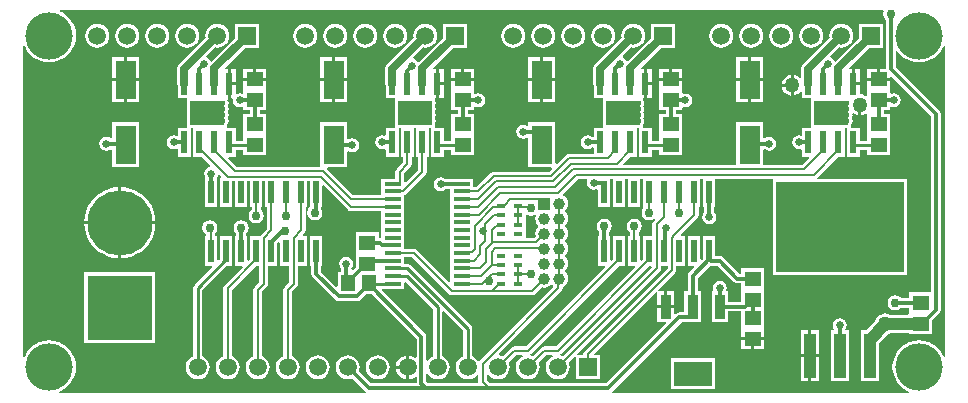
<source format=gtl>
G04*
G04 #@! TF.GenerationSoftware,Altium Limited,Altium Designer,20.1.12 (249)*
G04*
G04 Layer_Physical_Order=1*
G04 Layer_Color=255*
%FSLAX24Y24*%
%MOIN*%
G70*
G04*
G04 #@! TF.SameCoordinates,7611F4AC-675D-4E0A-8C32-16A27ADB78BB*
G04*
G04*
G04 #@! TF.FilePolarity,Positive*
G04*
G01*
G75*
%ADD24R,0.0710X0.1300*%
%ADD34R,0.4268X0.3000*%
%ADD35R,0.0390X0.1492*%
%ADD36R,0.0580X0.0140*%
%ADD37R,0.0354X0.0827*%
%ADD38R,0.1260X0.0827*%
%ADD39R,0.0551X0.0472*%
%ADD40R,0.0472X0.0551*%
%ADD41R,0.0295X0.0177*%
%ADD42R,0.0236X0.0776*%
%ADD43R,0.1130X0.0795*%
%ADD44R,0.0210X0.0770*%
%ADD45C,0.0120*%
%ADD46C,0.0080*%
%ADD47C,0.0400*%
%ADD48C,0.0100*%
%ADD49C,0.0250*%
%ADD50C,0.2172*%
%ADD51R,0.2172X0.2172*%
%ADD52R,0.0591X0.0591*%
%ADD53C,0.0591*%
%ADD54R,0.0394X0.0394*%
%ADD55C,0.0394*%
%ADD56C,0.0300*%
%ADD57C,0.0500*%
%ADD58C,0.0250*%
%ADD59C,0.0150*%
%ADD60C,0.1575*%
G36*
X55368Y39428D02*
X55364Y39423D01*
X55345Y39325D01*
X55364Y39227D01*
X55420Y39145D01*
X55437Y39133D01*
Y37492D01*
X55435Y37491D01*
X55250D01*
Y37204D01*
X55576D01*
Y37221D01*
X55622Y37240D01*
X56937Y35925D01*
Y30041D01*
X56224D01*
Y29863D01*
X55942D01*
X55930Y29880D01*
X55848Y29936D01*
X55750Y29955D01*
X55652Y29936D01*
X55570Y29880D01*
X55514Y29798D01*
X55495Y29700D01*
X55514Y29602D01*
X55570Y29520D01*
X55652Y29464D01*
X55750Y29445D01*
X55848Y29464D01*
X55930Y29520D01*
X55942Y29537D01*
X56224D01*
Y29368D01*
X56224D01*
Y29348D01*
X56188Y29298D01*
X55605D01*
X55601Y29301D01*
X55516Y29337D01*
X55424Y29349D01*
X55333Y29337D01*
X55248Y29301D01*
X55175Y29245D01*
X55119Y29172D01*
X55083Y29087D01*
X55083Y29082D01*
X54777Y28776D01*
X54605D01*
Y28530D01*
X54597Y28471D01*
Y27930D01*
X54605Y27872D01*
Y27084D01*
X55195D01*
Y27872D01*
X55203Y27930D01*
Y28346D01*
X55511Y28654D01*
X55516Y28655D01*
X55601Y28690D01*
X55605Y28693D01*
X56224D01*
Y28659D01*
X56976D01*
Y29101D01*
X57215Y29341D01*
X57251Y29394D01*
X57263Y29456D01*
Y35992D01*
X57251Y36055D01*
X57215Y36108D01*
X55763Y37560D01*
Y38093D01*
X55775Y38096D01*
X55813Y38099D01*
X55919Y37969D01*
X56055Y37859D01*
X56209Y37776D01*
X56376Y37725D01*
X56550Y37708D01*
X56724Y37725D01*
X56891Y37776D01*
X57045Y37859D01*
X57181Y37969D01*
X57291Y38105D01*
X57374Y38259D01*
X57423Y38252D01*
X57423Y27898D01*
X57374Y27891D01*
X57291Y28045D01*
X57181Y28181D01*
X57045Y28291D01*
X56891Y28374D01*
X56724Y28425D01*
X56550Y28442D01*
X56376Y28425D01*
X56209Y28374D01*
X56055Y28291D01*
X55919Y28181D01*
X55809Y28045D01*
X55726Y27891D01*
X55675Y27724D01*
X55658Y27550D01*
X55675Y27376D01*
X55726Y27209D01*
X55809Y27055D01*
X55919Y26919D01*
X56055Y26809D01*
X56209Y26726D01*
X56202Y26677D01*
X46309D01*
X46294Y26727D01*
X46305Y26735D01*
X48625Y29056D01*
X48883D01*
X48899Y29059D01*
X49277D01*
Y30085D01*
X49163D01*
Y30527D01*
X49576Y30940D01*
X49579D01*
X49595Y30937D01*
X49824D01*
X50372Y30389D01*
X50425Y30354D01*
X50488Y30341D01*
X50624D01*
Y30182D01*
X50624Y30168D01*
Y30132D01*
X50624Y30118D01*
Y29735D01*
X50183D01*
Y30085D01*
X50150D01*
X50117Y30135D01*
X50129Y30200D01*
X50112Y30288D01*
X50062Y30362D01*
X49988Y30412D01*
X49900Y30429D01*
X49812Y30412D01*
X49738Y30362D01*
X49688Y30288D01*
X49671Y30200D01*
X49683Y30135D01*
X49650Y30085D01*
X49628D01*
Y29059D01*
X50183D01*
Y29409D01*
X50624D01*
Y28882D01*
X50624Y28868D01*
Y28832D01*
X50624Y28818D01*
Y28546D01*
X51376D01*
Y28818D01*
X51376Y28832D01*
Y28868D01*
X51376Y28882D01*
Y29541D01*
X51376D01*
Y30118D01*
X51376Y30132D01*
Y30168D01*
X51376Y30182D01*
Y30841D01*
X50624D01*
Y30667D01*
X50555D01*
X50007Y31215D01*
X49954Y31251D01*
X49892Y31263D01*
X49755D01*
Y31910D01*
X49345D01*
Y31171D01*
X49301Y31127D01*
X49255Y31146D01*
Y31910D01*
X48845D01*
Y30940D01*
X49049D01*
X49068Y30894D01*
X48885Y30710D01*
X48849Y30657D01*
X48837Y30595D01*
Y30085D01*
X48723D01*
Y29382D01*
X48558D01*
X48558Y29382D01*
X48495Y29369D01*
X48443Y29334D01*
X48418Y29309D01*
X48372Y29328D01*
Y29522D01*
X47817D01*
Y29059D01*
X48102D01*
X48121Y29012D01*
X46122Y27013D01*
X42239D01*
X42143Y27109D01*
Y27284D01*
X42193Y27301D01*
X42218Y27268D01*
X42301Y27205D01*
X42397Y27165D01*
X42500Y27151D01*
X42603Y27165D01*
X42699Y27205D01*
X42782Y27268D01*
X42845Y27351D01*
X42885Y27447D01*
X42899Y27550D01*
X42885Y27653D01*
X42862Y27710D01*
X43109Y27957D01*
X43320D01*
X43330Y27907D01*
X43301Y27895D01*
X43218Y27832D01*
X43155Y27749D01*
X43115Y27653D01*
X43101Y27550D01*
X43115Y27447D01*
X43155Y27351D01*
X43218Y27268D01*
X43301Y27205D01*
X43397Y27165D01*
X43500Y27151D01*
X43603Y27165D01*
X43699Y27205D01*
X43782Y27268D01*
X43845Y27351D01*
X43885Y27447D01*
X43899Y27550D01*
X43885Y27653D01*
X43862Y27710D01*
X44109Y27957D01*
X44320D01*
X44330Y27907D01*
X44301Y27895D01*
X44218Y27832D01*
X44155Y27749D01*
X44115Y27653D01*
X44101Y27550D01*
X44115Y27447D01*
X44155Y27351D01*
X44218Y27268D01*
X44301Y27205D01*
X44397Y27165D01*
X44500Y27151D01*
X44603Y27165D01*
X44699Y27205D01*
X44782Y27268D01*
X44845Y27351D01*
X44885Y27447D01*
X44899Y27550D01*
X44885Y27653D01*
X44862Y27710D01*
X45055Y27903D01*
X45105Y27882D01*
Y27155D01*
X45895D01*
Y27945D01*
X45712D01*
X45693Y27991D01*
X47767Y30065D01*
X47817Y30045D01*
Y29622D01*
X48044D01*
Y30085D01*
X47858D01*
X47837Y30135D01*
X48406Y30704D01*
X48437Y30750D01*
X48448Y30805D01*
X48448Y30805D01*
Y30940D01*
X48755D01*
Y31910D01*
X48614D01*
X48595Y31956D01*
X49151Y32512D01*
X49151Y32512D01*
X49182Y32558D01*
X49193Y32613D01*
X49193Y32613D01*
Y32890D01*
X49255D01*
Y33827D01*
X49345D01*
Y32890D01*
X49387D01*
Y32711D01*
X49338Y32638D01*
X49321Y32550D01*
X49338Y32462D01*
X49388Y32388D01*
X49462Y32338D01*
X49550Y32321D01*
X49638Y32338D01*
X49712Y32388D01*
X49762Y32462D01*
X49779Y32550D01*
X49762Y32638D01*
X49713Y32711D01*
Y32890D01*
X49755D01*
Y33827D01*
X51622D01*
X51666Y33814D01*
X51666Y33777D01*
Y30614D01*
X56134D01*
Y33814D01*
X53147D01*
X53132Y33864D01*
X53139Y33869D01*
X53834Y34563D01*
X54068D01*
Y35528D01*
X54132D01*
Y34563D01*
X54568D01*
Y34793D01*
X54824D01*
Y34609D01*
X55576D01*
Y35282D01*
X55576D01*
Y35318D01*
X55576D01*
Y35991D01*
X55363D01*
Y36109D01*
X55576D01*
Y36207D01*
X55626Y36235D01*
X55700Y36221D01*
X55788Y36238D01*
X55862Y36288D01*
X55912Y36362D01*
X55929Y36450D01*
X55912Y36538D01*
X55862Y36612D01*
X55788Y36662D01*
X55700Y36679D01*
X55626Y36665D01*
X55576Y36693D01*
Y36768D01*
X55576Y36782D01*
Y36818D01*
X55576Y36832D01*
Y37104D01*
X55200D01*
X54824D01*
Y36832D01*
X54824Y36818D01*
Y36782D01*
X54824Y36768D01*
Y36612D01*
X54774Y36588D01*
X54751Y36606D01*
X54666Y36641D01*
X54574Y36653D01*
X54568Y36659D01*
Y36950D01*
X54350D01*
Y37000D01*
X54300D01*
Y37488D01*
X54228D01*
X54208Y37534D01*
X54879Y38205D01*
X55345D01*
Y38995D01*
X54555D01*
Y38529D01*
X53760Y37734D01*
X53704Y37749D01*
X53662Y37812D01*
X53599Y37854D01*
X53584Y37910D01*
X53884Y38210D01*
X53950Y38201D01*
X54053Y38215D01*
X54149Y38255D01*
X54232Y38318D01*
X54295Y38401D01*
X54335Y38497D01*
X54349Y38600D01*
X54335Y38703D01*
X54295Y38799D01*
X54232Y38882D01*
X54149Y38945D01*
X54053Y38985D01*
X53950Y38999D01*
X53847Y38985D01*
X53751Y38945D01*
X53668Y38882D01*
X53605Y38799D01*
X53565Y38703D01*
X53551Y38600D01*
X53560Y38534D01*
X52688Y37662D01*
X52638Y37588D01*
X52621Y37500D01*
Y37202D01*
X52571Y37185D01*
X52560Y37200D01*
X52487Y37256D01*
X52401Y37291D01*
X52360Y37296D01*
Y36950D01*
Y36604D01*
X52401Y36609D01*
X52487Y36644D01*
X52560Y36700D01*
X52582Y36729D01*
X52632Y36712D01*
Y36512D01*
X52935D01*
Y35539D01*
X52632D01*
Y35303D01*
X52593Y35271D01*
X52550Y35279D01*
X52462Y35262D01*
X52388Y35212D01*
X52338Y35138D01*
X52321Y35050D01*
X52338Y34962D01*
X52388Y34888D01*
X52462Y34838D01*
X52550Y34821D01*
X52593Y34829D01*
X52632Y34797D01*
Y34563D01*
X52865D01*
X52884Y34517D01*
X52659Y34293D01*
X51355D01*
Y34805D01*
X51405Y34826D01*
X51462Y34788D01*
X51550Y34771D01*
X51638Y34788D01*
X51712Y34838D01*
X51762Y34912D01*
X51779Y35000D01*
X51762Y35088D01*
X51712Y35162D01*
X51638Y35212D01*
X51550Y35229D01*
X51462Y35212D01*
X51405Y35174D01*
X51355Y35195D01*
Y35715D01*
X50445D01*
Y34293D01*
X46695D01*
X46676Y34339D01*
X46900Y34563D01*
X47135D01*
Y35528D01*
X47199D01*
Y34563D01*
X47635D01*
Y34793D01*
X47891D01*
Y34609D01*
X48642D01*
Y35268D01*
X48642Y35282D01*
Y35318D01*
X48642Y35332D01*
Y35991D01*
X48430D01*
Y36109D01*
X48642D01*
Y36196D01*
X48692Y36232D01*
X48750Y36221D01*
X48838Y36238D01*
X48912Y36288D01*
X48962Y36362D01*
X48979Y36450D01*
X48962Y36538D01*
X48912Y36612D01*
X48838Y36662D01*
X48750Y36679D01*
X48692Y36668D01*
X48642Y36704D01*
Y36768D01*
X48642Y36782D01*
Y36818D01*
X48642Y36832D01*
Y37104D01*
X48267D01*
X47891D01*
Y36832D01*
X47891Y36818D01*
Y36782D01*
X47891Y36768D01*
Y36109D01*
X48104D01*
Y35991D01*
X47891D01*
Y35332D01*
X47891Y35318D01*
Y35282D01*
X47891Y35268D01*
Y35099D01*
X47635D01*
Y35539D01*
X47332D01*
Y35632D01*
X47365Y35682D01*
X47378Y35750D01*
X47365Y35818D01*
X47344Y35850D01*
X47365Y35882D01*
X47378Y35950D01*
X47365Y36018D01*
X47344Y36050D01*
X47365Y36082D01*
X47378Y36150D01*
X47365Y36218D01*
X47344Y36250D01*
X47365Y36282D01*
X47378Y36350D01*
X47365Y36418D01*
X47336Y36462D01*
X47349Y36512D01*
X47367D01*
Y37000D01*
Y37488D01*
X47294D01*
X47275Y37534D01*
X47946Y38205D01*
X48412D01*
Y38995D01*
X47621D01*
Y38529D01*
X46839Y37747D01*
X46785Y37763D01*
X46741Y37829D01*
X46681Y37869D01*
X46667Y37926D01*
X46951Y38210D01*
X47017Y38201D01*
X47120Y38215D01*
X47216Y38255D01*
X47299Y38318D01*
X47362Y38401D01*
X47402Y38497D01*
X47415Y38600D01*
X47402Y38703D01*
X47362Y38799D01*
X47299Y38882D01*
X47216Y38945D01*
X47120Y38985D01*
X47017Y38999D01*
X46913Y38985D01*
X46817Y38945D01*
X46735Y38882D01*
X46671Y38799D01*
X46632Y38703D01*
X46618Y38600D01*
X46627Y38534D01*
X45754Y37662D01*
X45705Y37588D01*
X45687Y37500D01*
Y37000D01*
X45699Y36943D01*
Y36512D01*
X46002D01*
Y35539D01*
X45699D01*
Y35240D01*
X45649Y35221D01*
X45588Y35262D01*
X45500Y35279D01*
X45412Y35262D01*
X45338Y35212D01*
X45288Y35138D01*
X45271Y35050D01*
X45288Y34962D01*
X45338Y34888D01*
X45412Y34838D01*
X45500Y34821D01*
X45588Y34838D01*
X45649Y34879D01*
X45699Y34860D01*
Y34666D01*
X44864D01*
X44864Y34666D01*
X44810Y34655D01*
X44763Y34624D01*
X44763Y34624D01*
X44468Y34329D01*
X44422Y34348D01*
Y35715D01*
X43512D01*
Y35623D01*
X43462Y35596D01*
X43438Y35612D01*
X43350Y35629D01*
X43262Y35612D01*
X43188Y35562D01*
X43138Y35488D01*
X43121Y35400D01*
X43138Y35312D01*
X43188Y35238D01*
X43262Y35188D01*
X43350Y35171D01*
X43438Y35188D01*
X43462Y35204D01*
X43512Y35177D01*
Y34215D01*
X44289D01*
X44308Y34169D01*
X44212Y34073D01*
X42363D01*
X42363Y34073D01*
X42308Y34062D01*
X42262Y34031D01*
X41784Y33553D01*
X41690D01*
Y33830D01*
X40910D01*
Y33823D01*
X40746D01*
X40688Y33862D01*
X40600Y33879D01*
X40512Y33862D01*
X40438Y33812D01*
X40388Y33738D01*
X40371Y33650D01*
X40388Y33562D01*
X40438Y33488D01*
X40512Y33438D01*
X40600Y33421D01*
X40688Y33438D01*
X40762Y33488D01*
X40768Y33497D01*
X40910D01*
Y33240D01*
Y32980D01*
Y32730D01*
Y32470D01*
Y32210D01*
Y31960D01*
Y31700D01*
Y31450D01*
Y31190D01*
Y30930D01*
Y30430D01*
X40867Y30402D01*
X39809Y31461D01*
X39762Y31492D01*
X39708Y31503D01*
X39708Y31503D01*
X39390D01*
Y31960D01*
Y32210D01*
Y32470D01*
Y32730D01*
Y32980D01*
Y33286D01*
X39401Y33288D01*
X39447Y33319D01*
X40084Y33956D01*
X40084Y33956D01*
X40115Y34002D01*
X40126Y34057D01*
Y34563D01*
X40201D01*
Y35528D01*
X40265D01*
Y34563D01*
X40701D01*
Y34793D01*
X40958D01*
Y34609D01*
X41709D01*
Y35268D01*
X41709Y35282D01*
Y35318D01*
X41709Y35332D01*
Y35991D01*
X41496D01*
Y36109D01*
X41709D01*
Y36221D01*
X41753Y36244D01*
X41762Y36238D01*
X41850Y36221D01*
X41938Y36238D01*
X42012Y36288D01*
X42062Y36362D01*
X42079Y36450D01*
X42062Y36538D01*
X42012Y36612D01*
X41938Y36662D01*
X41850Y36679D01*
X41762Y36662D01*
X41753Y36656D01*
X41709Y36679D01*
Y36768D01*
X41709Y36782D01*
Y36818D01*
X41709Y36832D01*
Y37104D01*
X41333D01*
X40958D01*
Y36832D01*
X40958Y36818D01*
Y36782D01*
X40958Y36768D01*
Y36109D01*
X41170D01*
Y35991D01*
X40958D01*
Y35332D01*
X40958Y35318D01*
Y35282D01*
X40958Y35268D01*
Y35099D01*
X40701D01*
Y35539D01*
X40398D01*
Y35657D01*
X40415Y35682D01*
X40428Y35750D01*
X40415Y35818D01*
X40398Y35843D01*
Y35857D01*
X40415Y35882D01*
X40428Y35950D01*
X40415Y36018D01*
X40398Y36043D01*
Y36057D01*
X40415Y36082D01*
X40428Y36150D01*
X40415Y36218D01*
X40398Y36243D01*
Y36257D01*
X40415Y36282D01*
X40428Y36350D01*
X40415Y36418D01*
X40398Y36443D01*
Y36512D01*
X40433D01*
Y37000D01*
Y37488D01*
X40361D01*
X40342Y37534D01*
X41012Y38205D01*
X41479D01*
Y38995D01*
X40688D01*
Y38529D01*
X39884Y37725D01*
X39834Y37730D01*
X39812Y37762D01*
X39738Y37812D01*
X39698Y37820D01*
X39682Y37874D01*
X40018Y38210D01*
X40083Y38201D01*
X40187Y38215D01*
X40283Y38255D01*
X40365Y38318D01*
X40429Y38401D01*
X40468Y38497D01*
X40482Y38600D01*
X40468Y38703D01*
X40429Y38799D01*
X40365Y38882D01*
X40283Y38945D01*
X40187Y38985D01*
X40083Y38999D01*
X39980Y38985D01*
X39884Y38945D01*
X39801Y38882D01*
X39738Y38799D01*
X39698Y38703D01*
X39685Y38600D01*
X39693Y38534D01*
X38821Y37662D01*
X38771Y37588D01*
X38754Y37500D01*
Y37000D01*
X38765Y36943D01*
Y36512D01*
X39068D01*
Y35539D01*
X38765D01*
Y35299D01*
X38715Y35266D01*
X38650Y35279D01*
X38562Y35262D01*
X38488Y35212D01*
X38438Y35138D01*
X38421Y35050D01*
X38438Y34962D01*
X38488Y34888D01*
X38562Y34838D01*
X38650Y34821D01*
X38715Y34834D01*
X38765Y34801D01*
Y34563D01*
X39201D01*
Y35528D01*
X39265D01*
Y34563D01*
X39341D01*
Y34382D01*
X39129Y34171D01*
X39098Y34125D01*
X39087Y34070D01*
X39087Y34070D01*
Y33830D01*
X38610D01*
Y33490D01*
Y33293D01*
X37677D01*
X36804Y34165D01*
X36825Y34215D01*
X37488D01*
Y34727D01*
X37538Y34754D01*
X37562Y34738D01*
X37650Y34721D01*
X37738Y34738D01*
X37812Y34788D01*
X37862Y34862D01*
X37879Y34950D01*
X37862Y35038D01*
X37812Y35112D01*
X37738Y35162D01*
X37650Y35179D01*
X37562Y35162D01*
X37538Y35146D01*
X37488Y35173D01*
Y35715D01*
X36578D01*
Y34223D01*
X33811D01*
X33516Y34517D01*
X33535Y34563D01*
X33768D01*
Y34793D01*
X34024D01*
Y34609D01*
X34776D01*
Y35282D01*
X34776D01*
Y35318D01*
X34776D01*
Y35991D01*
X34563D01*
Y36109D01*
X34776D01*
Y36768D01*
X34776Y36782D01*
Y36818D01*
X34776Y36832D01*
Y37104D01*
X34400D01*
X34024D01*
Y36832D01*
X34024Y36818D01*
Y36782D01*
X34024Y36768D01*
Y36693D01*
X33974Y36665D01*
X33900Y36679D01*
X33818Y36663D01*
X33801Y36668D01*
X33768Y36686D01*
Y36950D01*
X33600D01*
Y36512D01*
X33644D01*
X33675Y36474D01*
X33671Y36450D01*
X33688Y36362D01*
X33738Y36288D01*
X33812Y36238D01*
X33900Y36221D01*
X33974Y36235D01*
X34024Y36207D01*
Y36109D01*
X34237D01*
Y35991D01*
X34024D01*
Y35318D01*
X34024D01*
Y35282D01*
X34024D01*
Y35099D01*
X33768D01*
Y35539D01*
X33465D01*
Y35616D01*
X33476Y35624D01*
X33515Y35682D01*
X33528Y35750D01*
X33515Y35818D01*
X33494Y35850D01*
X33515Y35882D01*
X33528Y35950D01*
X33515Y36018D01*
X33494Y36050D01*
X33515Y36082D01*
X33528Y36150D01*
X33515Y36218D01*
X33494Y36250D01*
X33515Y36282D01*
X33528Y36350D01*
X33515Y36418D01*
X33486Y36462D01*
X33500Y36499D01*
Y37000D01*
Y37488D01*
X33428D01*
X33408Y37534D01*
X34079Y38205D01*
X34545D01*
Y38995D01*
X33755D01*
Y38529D01*
X32960Y37734D01*
X32904Y37749D01*
X32862Y37812D01*
X32799Y37854D01*
X32784Y37910D01*
X33084Y38210D01*
X33150Y38201D01*
X33253Y38215D01*
X33349Y38255D01*
X33432Y38318D01*
X33495Y38401D01*
X33535Y38497D01*
X33549Y38600D01*
X33535Y38703D01*
X33495Y38799D01*
X33432Y38882D01*
X33349Y38945D01*
X33253Y38985D01*
X33150Y38999D01*
X33047Y38985D01*
X32951Y38945D01*
X32868Y38882D01*
X32805Y38799D01*
X32765Y38703D01*
X32751Y38600D01*
X32760Y38534D01*
X31888Y37662D01*
X31838Y37588D01*
X31821Y37500D01*
Y37000D01*
X31832Y36943D01*
Y36512D01*
X32135D01*
Y35539D01*
X31832D01*
Y35286D01*
X31799Y35268D01*
X31782Y35263D01*
X31700Y35279D01*
X31612Y35262D01*
X31538Y35212D01*
X31488Y35138D01*
X31471Y35050D01*
X31488Y34962D01*
X31538Y34888D01*
X31612Y34838D01*
X31700Y34821D01*
X31782Y34837D01*
X31799Y34832D01*
X31832Y34814D01*
Y34563D01*
X32268D01*
Y35528D01*
X32332D01*
Y34563D01*
X32632D01*
X32921Y34275D01*
X32904Y34220D01*
X32862Y34212D01*
X32788Y34162D01*
X32738Y34088D01*
X32721Y34000D01*
X32738Y33912D01*
X32757Y33883D01*
X32745Y33860D01*
X32745D01*
Y32890D01*
X33155D01*
Y33860D01*
X33155D01*
X33143Y33883D01*
X33162Y33912D01*
X33170Y33954D01*
X33225Y33971D01*
X33289Y33906D01*
X33270Y33860D01*
X33245D01*
Y32890D01*
X33655D01*
Y33757D01*
X33745D01*
Y32890D01*
X34155D01*
Y33757D01*
X34245D01*
Y32890D01*
X34307D01*
Y32805D01*
X34270Y32780D01*
X34214Y32698D01*
X34195Y32600D01*
X34214Y32502D01*
X34270Y32420D01*
X34352Y32364D01*
X34450Y32345D01*
X34548Y32364D01*
X34630Y32420D01*
X34685Y32502D01*
X34705Y32600D01*
X34685Y32698D01*
X34630Y32780D01*
X34593Y32805D01*
Y32890D01*
X34655D01*
Y33757D01*
X34745D01*
Y32890D01*
X34807D01*
Y32172D01*
X34594Y31959D01*
X34563Y31913D01*
X34563Y31910D01*
X34245D01*
Y31142D01*
X34201Y31098D01*
X34155Y31117D01*
Y31910D01*
X34113D01*
Y32008D01*
X34130Y32020D01*
X34186Y32102D01*
X34205Y32200D01*
X34186Y32298D01*
X34130Y32380D01*
X34048Y32436D01*
X33950Y32455D01*
X33852Y32436D01*
X33770Y32380D01*
X33714Y32298D01*
X33695Y32200D01*
X33714Y32102D01*
X33770Y32020D01*
X33787Y32008D01*
Y31910D01*
X33745D01*
Y30940D01*
X33978D01*
X33997Y30894D01*
X33399Y30296D01*
X33368Y30250D01*
X33357Y30195D01*
X33357Y30195D01*
Y27919D01*
X33301Y27895D01*
X33218Y27832D01*
X33155Y27749D01*
X33115Y27653D01*
X33101Y27550D01*
X33115Y27447D01*
X33155Y27351D01*
X33218Y27268D01*
X33301Y27205D01*
X33397Y27165D01*
X33500Y27151D01*
X33603Y27165D01*
X33699Y27205D01*
X33782Y27268D01*
X33845Y27351D01*
X33885Y27447D01*
X33899Y27550D01*
X33885Y27653D01*
X33845Y27749D01*
X33782Y27832D01*
X33699Y27895D01*
X33643Y27919D01*
Y30136D01*
X34447Y30940D01*
X34552D01*
Y30388D01*
X34399Y30235D01*
X34368Y30189D01*
X34357Y30134D01*
X34357Y30134D01*
Y27919D01*
X34301Y27895D01*
X34218Y27832D01*
X34155Y27749D01*
X34115Y27653D01*
X34101Y27550D01*
X34115Y27447D01*
X34155Y27351D01*
X34218Y27268D01*
X34301Y27205D01*
X34397Y27165D01*
X34500Y27151D01*
X34603Y27165D01*
X34699Y27205D01*
X34782Y27268D01*
X34845Y27351D01*
X34885Y27447D01*
X34899Y27550D01*
X34885Y27653D01*
X34845Y27749D01*
X34782Y27832D01*
X34699Y27895D01*
X34643Y27919D01*
Y30075D01*
X34796Y30228D01*
X34796Y30228D01*
X34827Y30274D01*
X34838Y30329D01*
X34838Y30329D01*
Y30940D01*
X35155D01*
Y31679D01*
X35199Y31723D01*
X35245Y31704D01*
Y30940D01*
X35552D01*
Y30388D01*
X35399Y30235D01*
X35368Y30189D01*
X35357Y30134D01*
X35357Y30134D01*
Y27919D01*
X35301Y27895D01*
X35218Y27832D01*
X35155Y27749D01*
X35115Y27653D01*
X35101Y27550D01*
X35115Y27447D01*
X35155Y27351D01*
X35218Y27268D01*
X35301Y27205D01*
X35397Y27165D01*
X35500Y27151D01*
X35603Y27165D01*
X35699Y27205D01*
X35782Y27268D01*
X35845Y27351D01*
X35885Y27447D01*
X35899Y27550D01*
X35885Y27653D01*
X35845Y27749D01*
X35782Y27832D01*
X35699Y27895D01*
X35643Y27919D01*
Y30075D01*
X35796Y30228D01*
X35796Y30228D01*
X35827Y30274D01*
X35838Y30329D01*
X35838Y30329D01*
Y30940D01*
X36155D01*
Y31910D01*
X36014D01*
X35995Y31956D01*
X36051Y32012D01*
X36051Y32012D01*
X36082Y32058D01*
X36093Y32113D01*
Y32890D01*
X36155D01*
Y33757D01*
X36245D01*
Y32897D01*
X36220Y32880D01*
X36165Y32798D01*
X36145Y32700D01*
X36165Y32602D01*
X36220Y32520D01*
X36302Y32464D01*
X36400Y32445D01*
X36498Y32464D01*
X36580Y32520D01*
X36635Y32602D01*
X36655Y32700D01*
X36635Y32798D01*
X36613Y32831D01*
Y32890D01*
X36655D01*
Y33591D01*
X36701Y33610D01*
X37512Y32799D01*
X37512Y32799D01*
X37558Y32768D01*
X37613Y32757D01*
X37613Y32757D01*
X38610D01*
Y32470D01*
Y32210D01*
Y31893D01*
X38579Y31867D01*
X38526D01*
Y32041D01*
X37774D01*
Y31368D01*
X37774D01*
Y31332D01*
X37774D01*
Y30899D01*
X37680Y30804D01*
X37626Y30821D01*
X37620Y30849D01*
X37662Y30912D01*
X37679Y31000D01*
X37662Y31088D01*
X37612Y31162D01*
X37538Y31212D01*
X37450Y31229D01*
X37362Y31212D01*
X37288Y31162D01*
X37238Y31088D01*
X37221Y31000D01*
X37238Y30912D01*
X37287Y30839D01*
Y30726D01*
X37159D01*
Y30244D01*
X37113Y30225D01*
X36613Y30725D01*
Y30940D01*
X36655D01*
Y31910D01*
X36245D01*
Y30940D01*
X36287D01*
Y30658D01*
X36299Y30595D01*
X36335Y30542D01*
X37078Y29799D01*
X37131Y29764D01*
X37193Y29751D01*
X37808D01*
X37871Y29764D01*
X37923Y29799D01*
X38099Y29974D01*
X38310D01*
X39792Y28492D01*
Y27887D01*
X39742Y27862D01*
X39699Y27895D01*
X39603Y27935D01*
X39550Y27942D01*
Y27550D01*
Y27158D01*
X39603Y27165D01*
X39699Y27205D01*
X39742Y27238D01*
X39792Y27213D01*
Y27013D01*
X38268D01*
X37870Y27411D01*
X37885Y27447D01*
X37899Y27550D01*
X37885Y27653D01*
X37845Y27749D01*
X37782Y27832D01*
X37699Y27895D01*
X37603Y27935D01*
X37500Y27949D01*
X37397Y27935D01*
X37301Y27895D01*
X37218Y27832D01*
X37155Y27749D01*
X37115Y27653D01*
X37101Y27550D01*
X37115Y27447D01*
X37155Y27351D01*
X37218Y27268D01*
X37301Y27205D01*
X37397Y27165D01*
X37500Y27151D01*
X37603Y27165D01*
X37639Y27180D01*
X38085Y26735D01*
X38095Y26727D01*
X38080Y26677D01*
X27898D01*
X27891Y26726D01*
X28045Y26809D01*
X28181Y26919D01*
X28291Y27055D01*
X28374Y27209D01*
X28425Y27376D01*
X28442Y27550D01*
X28425Y27724D01*
X28374Y27891D01*
X28291Y28045D01*
X28181Y28181D01*
X28045Y28291D01*
X27891Y28374D01*
X27724Y28425D01*
X27550Y28442D01*
X27376Y28425D01*
X27209Y28374D01*
X27055Y28291D01*
X26919Y28181D01*
X26809Y28045D01*
X26726Y27891D01*
X26677Y27898D01*
X26677Y38252D01*
X26726Y38259D01*
X26809Y38105D01*
X26919Y37969D01*
X27055Y37859D01*
X27209Y37776D01*
X27376Y37725D01*
X27550Y37708D01*
X27724Y37725D01*
X27891Y37776D01*
X28045Y37859D01*
X28181Y37969D01*
X28291Y38105D01*
X28374Y38259D01*
X28425Y38426D01*
X28442Y38600D01*
X28425Y38774D01*
X28374Y38941D01*
X28291Y39095D01*
X28181Y39231D01*
X28045Y39341D01*
X27891Y39424D01*
X27898Y39473D01*
X55345D01*
X55368Y39428D01*
D02*
G37*
G36*
X54624Y35954D02*
X54666Y35959D01*
X54751Y35994D01*
X54788Y36022D01*
X54824Y35988D01*
Y35318D01*
X54824D01*
Y35282D01*
X54824D01*
Y35099D01*
X54568D01*
Y35539D01*
X54265D01*
Y35616D01*
X54276Y35624D01*
X54315Y35682D01*
X54328Y35750D01*
X54315Y35818D01*
X54294Y35850D01*
X54315Y35882D01*
X54328Y35950D01*
X54320Y35991D01*
X54366Y36019D01*
X54398Y35994D01*
X54483Y35959D01*
X54524Y35954D01*
Y36300D01*
X54624D01*
Y35954D01*
D02*
G37*
G36*
X39765Y34563D02*
X39841D01*
Y34116D01*
X39436Y33712D01*
X39390Y33731D01*
Y33830D01*
X39373D01*
Y34011D01*
X39584Y34222D01*
X39615Y34269D01*
X39626Y34323D01*
X39626Y34323D01*
Y34563D01*
X39701D01*
Y35528D01*
X39765D01*
Y34563D01*
D02*
G37*
G36*
X47345Y32890D02*
X47345Y32890D01*
X47345D01*
X47343Y32841D01*
X47315Y32798D01*
X47295Y32700D01*
X47315Y32602D01*
X47370Y32520D01*
X47452Y32464D01*
X47550Y32445D01*
X47648Y32464D01*
X47717Y32511D01*
X47748Y32472D01*
X47699Y32422D01*
X47668Y32376D01*
X47657Y32321D01*
X47657Y32321D01*
Y31910D01*
X47345D01*
Y31142D01*
X47301Y31098D01*
X47255Y31117D01*
Y31910D01*
X47193D01*
Y32045D01*
X47230Y32070D01*
X47285Y32152D01*
X47305Y32250D01*
X47285Y32348D01*
X47230Y32430D01*
X47148Y32485D01*
X47050Y32505D01*
X46952Y32485D01*
X46870Y32430D01*
X46814Y32348D01*
X46795Y32250D01*
X46814Y32152D01*
X46870Y32070D01*
X46907Y32045D01*
Y31910D01*
X46845D01*
Y30940D01*
X47078D01*
X47097Y30894D01*
X44446Y28243D01*
X44050D01*
X43995Y28232D01*
X43949Y28201D01*
X43949Y28201D01*
X43660Y27912D01*
X43603Y27935D01*
X43601Y27935D01*
X43589Y27987D01*
X43606Y27999D01*
X46547Y30940D01*
X46755D01*
Y31910D01*
X46345D01*
Y31142D01*
X46301Y31098D01*
X46255Y31117D01*
Y31910D01*
X46213D01*
Y32058D01*
X46230Y32070D01*
X46286Y32152D01*
X46305Y32250D01*
X46286Y32348D01*
X46230Y32430D01*
X46148Y32485D01*
X46050Y32505D01*
X45952Y32485D01*
X45870Y32430D01*
X45814Y32348D01*
X45795Y32250D01*
X45814Y32152D01*
X45870Y32070D01*
X45887Y32058D01*
Y31910D01*
X45845D01*
Y30940D01*
X46078D01*
X46097Y30894D01*
X43446Y28243D01*
X43050D01*
X42995Y28232D01*
X42949Y28201D01*
X42949Y28201D01*
X42660Y27912D01*
X42603Y27935D01*
X42549Y27942D01*
X42531Y27995D01*
X44619Y30082D01*
X44619Y30082D01*
X44649Y30129D01*
X44660Y30183D01*
X44660Y30183D01*
Y30224D01*
X44700Y30241D01*
X44762Y30288D01*
X44809Y30350D01*
X44839Y30423D01*
X44849Y30500D01*
X44839Y30577D01*
X44809Y30650D01*
X44762Y30712D01*
X44744Y30725D01*
Y30775D01*
X44762Y30788D01*
X44809Y30850D01*
X44839Y30923D01*
X44849Y31000D01*
X44839Y31077D01*
X44809Y31150D01*
X44762Y31212D01*
X44744Y31225D01*
Y31275D01*
X44762Y31288D01*
X44809Y31350D01*
X44839Y31423D01*
X44849Y31500D01*
X44839Y31577D01*
X44809Y31650D01*
X44762Y31712D01*
X44744Y31725D01*
Y31775D01*
X44762Y31788D01*
X44809Y31850D01*
X44839Y31923D01*
X44849Y32000D01*
X44839Y32077D01*
X44809Y32150D01*
X44762Y32212D01*
X44744Y32225D01*
Y32275D01*
X44762Y32288D01*
X44809Y32350D01*
X44839Y32423D01*
X44849Y32500D01*
X44839Y32577D01*
X44809Y32650D01*
X44762Y32712D01*
X44744Y32725D01*
Y32775D01*
X44762Y32788D01*
X44809Y32850D01*
X44839Y32923D01*
X44849Y33000D01*
X44839Y33077D01*
X44809Y33150D01*
X44762Y33212D01*
X44700Y33259D01*
X44679Y33268D01*
X44669Y33317D01*
X45179Y33827D01*
X45459D01*
X45486Y33777D01*
X45471Y33700D01*
X45488Y33612D01*
X45538Y33538D01*
X45612Y33488D01*
X45700Y33471D01*
X45788Y33488D01*
X45801Y33497D01*
X45845Y33473D01*
Y32890D01*
X46255D01*
Y33827D01*
X46345D01*
Y32890D01*
X46755D01*
Y33827D01*
X46845D01*
Y32890D01*
X47255D01*
Y33827D01*
X47345D01*
Y32890D01*
D02*
G37*
G36*
X43778Y32619D02*
X43761Y32577D01*
X43751Y32500D01*
X43761Y32423D01*
X43791Y32350D01*
X43838Y32288D01*
X43856Y32275D01*
Y32225D01*
X43838Y32212D01*
X43791Y32150D01*
X43761Y32077D01*
X43751Y32000D01*
X43761Y31923D01*
X43764Y31916D01*
X43702Y31854D01*
X43433D01*
Y32104D01*
Y32419D01*
Y32619D01*
X43477Y32642D01*
X43502Y32626D01*
X43600Y32606D01*
X43698Y32626D01*
X43738Y32652D01*
X43778Y32619D01*
D02*
G37*
G36*
X48162Y30864D02*
X45399Y28101D01*
X45368Y28055D01*
X45357Y28000D01*
X45357Y28000D01*
Y27945D01*
X45168D01*
X45147Y27995D01*
X47896Y30744D01*
X47896Y30744D01*
X47927Y30790D01*
X47938Y30845D01*
X47938Y30845D01*
Y30940D01*
X48162D01*
Y30864D01*
D02*
G37*
G36*
X47638Y30890D02*
X44660Y27912D01*
X44603Y27935D01*
X44601Y27935D01*
X44589Y27987D01*
X44606Y27999D01*
X47547Y30940D01*
X47618D01*
X47638Y30890D01*
D02*
G37*
G36*
X40347Y29487D02*
Y27914D01*
X40301Y27895D01*
X40218Y27832D01*
X40168Y27767D01*
X40118Y27784D01*
Y28560D01*
X40106Y28622D01*
X40071Y28675D01*
X38626Y30120D01*
X38646Y30170D01*
X39390D01*
Y30373D01*
X39440Y30394D01*
X40347Y29487D01*
D02*
G37*
G36*
X40867Y29999D02*
X40867Y29999D01*
X40913Y29968D01*
X40968Y29957D01*
X40968Y29957D01*
X42961D01*
X42966Y29956D01*
X43391D01*
X43391Y29956D01*
X43396Y29957D01*
X43650D01*
X43650Y29957D01*
X43705Y29968D01*
X43751Y29999D01*
X43966Y30214D01*
X43973Y30211D01*
X44050Y30201D01*
X44127Y30211D01*
X44200Y30241D01*
X44262Y30288D01*
X44275Y30306D01*
X44325D01*
X44338Y30288D01*
X44348Y30281D01*
X44351Y30219D01*
X41899Y27767D01*
X41895Y27760D01*
X41879Y27757D01*
X41836Y27762D01*
X41782Y27832D01*
X41699Y27895D01*
X41653Y27914D01*
Y28833D01*
X41641Y28891D01*
X41608Y28941D01*
X39591Y30958D01*
X39541Y30991D01*
X39483Y31003D01*
X39390D01*
Y31217D01*
X39649D01*
X40867Y29999D01*
D02*
G37*
G36*
X41347Y28769D02*
Y27914D01*
X41301Y27895D01*
X41218Y27832D01*
X41155Y27749D01*
X41115Y27653D01*
X41101Y27550D01*
X41115Y27447D01*
X41155Y27351D01*
X41218Y27268D01*
X41301Y27205D01*
X41397Y27165D01*
X41500Y27151D01*
X41603Y27165D01*
X41699Y27205D01*
X41782Y27268D01*
X41807Y27301D01*
X41857Y27284D01*
Y27050D01*
X41857Y27050D01*
X41827Y27013D01*
X40168D01*
X40118Y27062D01*
Y27316D01*
X40168Y27333D01*
X40218Y27268D01*
X40301Y27205D01*
X40397Y27165D01*
X40500Y27151D01*
X40603Y27165D01*
X40699Y27205D01*
X40782Y27268D01*
X40845Y27351D01*
X40885Y27447D01*
X40899Y27550D01*
X40885Y27653D01*
X40845Y27749D01*
X40782Y27832D01*
X40699Y27895D01*
X40653Y27914D01*
Y29398D01*
X40699Y29417D01*
X41347Y28769D01*
D02*
G37*
%LPC*%
G36*
X52950Y38999D02*
X52847Y38985D01*
X52751Y38945D01*
X52668Y38882D01*
X52605Y38799D01*
X52565Y38703D01*
X52551Y38600D01*
X52565Y38497D01*
X52605Y38401D01*
X52668Y38318D01*
X52751Y38255D01*
X52847Y38215D01*
X52950Y38201D01*
X53053Y38215D01*
X53149Y38255D01*
X53232Y38318D01*
X53295Y38401D01*
X53335Y38497D01*
X53349Y38600D01*
X53335Y38703D01*
X53295Y38799D01*
X53232Y38882D01*
X53149Y38945D01*
X53053Y38985D01*
X52950Y38999D01*
D02*
G37*
G36*
X51950D02*
X51847Y38985D01*
X51751Y38945D01*
X51668Y38882D01*
X51605Y38799D01*
X51565Y38703D01*
X51551Y38600D01*
X51565Y38497D01*
X51605Y38401D01*
X51668Y38318D01*
X51751Y38255D01*
X51847Y38215D01*
X51950Y38201D01*
X52053Y38215D01*
X52149Y38255D01*
X52232Y38318D01*
X52295Y38401D01*
X52335Y38497D01*
X52349Y38600D01*
X52335Y38703D01*
X52295Y38799D01*
X52232Y38882D01*
X52149Y38945D01*
X52053Y38985D01*
X51950Y38999D01*
D02*
G37*
G36*
X50950D02*
X50847Y38985D01*
X50751Y38945D01*
X50668Y38882D01*
X50605Y38799D01*
X50565Y38703D01*
X50551Y38600D01*
X50565Y38497D01*
X50605Y38401D01*
X50668Y38318D01*
X50751Y38255D01*
X50847Y38215D01*
X50950Y38201D01*
X51053Y38215D01*
X51149Y38255D01*
X51232Y38318D01*
X51295Y38401D01*
X51335Y38497D01*
X51349Y38600D01*
X51335Y38703D01*
X51295Y38799D01*
X51232Y38882D01*
X51149Y38945D01*
X51053Y38985D01*
X50950Y38999D01*
D02*
G37*
G36*
X49950D02*
X49847Y38985D01*
X49751Y38945D01*
X49668Y38882D01*
X49605Y38799D01*
X49565Y38703D01*
X49551Y38600D01*
X49565Y38497D01*
X49605Y38401D01*
X49668Y38318D01*
X49751Y38255D01*
X49847Y38215D01*
X49950Y38201D01*
X50053Y38215D01*
X50149Y38255D01*
X50232Y38318D01*
X50295Y38401D01*
X50335Y38497D01*
X50349Y38600D01*
X50335Y38703D01*
X50295Y38799D01*
X50232Y38882D01*
X50149Y38945D01*
X50053Y38985D01*
X49950Y38999D01*
D02*
G37*
G36*
X46017D02*
X45913Y38985D01*
X45817Y38945D01*
X45735Y38882D01*
X45671Y38799D01*
X45632Y38703D01*
X45618Y38600D01*
X45632Y38497D01*
X45671Y38401D01*
X45735Y38318D01*
X45817Y38255D01*
X45913Y38215D01*
X46017Y38201D01*
X46120Y38215D01*
X46216Y38255D01*
X46299Y38318D01*
X46362Y38401D01*
X46402Y38497D01*
X46415Y38600D01*
X46402Y38703D01*
X46362Y38799D01*
X46299Y38882D01*
X46216Y38945D01*
X46120Y38985D01*
X46017Y38999D01*
D02*
G37*
G36*
X45017D02*
X44913Y38985D01*
X44817Y38945D01*
X44735Y38882D01*
X44671Y38799D01*
X44632Y38703D01*
X44618Y38600D01*
X44632Y38497D01*
X44671Y38401D01*
X44735Y38318D01*
X44817Y38255D01*
X44913Y38215D01*
X45017Y38201D01*
X45120Y38215D01*
X45216Y38255D01*
X45299Y38318D01*
X45362Y38401D01*
X45402Y38497D01*
X45415Y38600D01*
X45402Y38703D01*
X45362Y38799D01*
X45299Y38882D01*
X45216Y38945D01*
X45120Y38985D01*
X45017Y38999D01*
D02*
G37*
G36*
X44017D02*
X43913Y38985D01*
X43817Y38945D01*
X43735Y38882D01*
X43671Y38799D01*
X43632Y38703D01*
X43618Y38600D01*
X43632Y38497D01*
X43671Y38401D01*
X43735Y38318D01*
X43817Y38255D01*
X43913Y38215D01*
X44017Y38201D01*
X44120Y38215D01*
X44216Y38255D01*
X44299Y38318D01*
X44362Y38401D01*
X44402Y38497D01*
X44415Y38600D01*
X44402Y38703D01*
X44362Y38799D01*
X44299Y38882D01*
X44216Y38945D01*
X44120Y38985D01*
X44017Y38999D01*
D02*
G37*
G36*
X43017D02*
X42913Y38985D01*
X42817Y38945D01*
X42735Y38882D01*
X42671Y38799D01*
X42632Y38703D01*
X42618Y38600D01*
X42632Y38497D01*
X42671Y38401D01*
X42735Y38318D01*
X42817Y38255D01*
X42913Y38215D01*
X43017Y38201D01*
X43120Y38215D01*
X43216Y38255D01*
X43299Y38318D01*
X43362Y38401D01*
X43402Y38497D01*
X43415Y38600D01*
X43402Y38703D01*
X43362Y38799D01*
X43299Y38882D01*
X43216Y38945D01*
X43120Y38985D01*
X43017Y38999D01*
D02*
G37*
G36*
X39083D02*
X38980Y38985D01*
X38884Y38945D01*
X38801Y38882D01*
X38738Y38799D01*
X38698Y38703D01*
X38685Y38600D01*
X38698Y38497D01*
X38738Y38401D01*
X38801Y38318D01*
X38884Y38255D01*
X38980Y38215D01*
X39083Y38201D01*
X39187Y38215D01*
X39283Y38255D01*
X39365Y38318D01*
X39429Y38401D01*
X39468Y38497D01*
X39482Y38600D01*
X39468Y38703D01*
X39429Y38799D01*
X39365Y38882D01*
X39283Y38945D01*
X39187Y38985D01*
X39083Y38999D01*
D02*
G37*
G36*
X38083D02*
X37980Y38985D01*
X37884Y38945D01*
X37801Y38882D01*
X37738Y38799D01*
X37698Y38703D01*
X37685Y38600D01*
X37698Y38497D01*
X37738Y38401D01*
X37801Y38318D01*
X37884Y38255D01*
X37980Y38215D01*
X38083Y38201D01*
X38187Y38215D01*
X38283Y38255D01*
X38365Y38318D01*
X38429Y38401D01*
X38468Y38497D01*
X38482Y38600D01*
X38468Y38703D01*
X38429Y38799D01*
X38365Y38882D01*
X38283Y38945D01*
X38187Y38985D01*
X38083Y38999D01*
D02*
G37*
G36*
X37083D02*
X36980Y38985D01*
X36884Y38945D01*
X36801Y38882D01*
X36738Y38799D01*
X36698Y38703D01*
X36685Y38600D01*
X36698Y38497D01*
X36738Y38401D01*
X36801Y38318D01*
X36884Y38255D01*
X36980Y38215D01*
X37083Y38201D01*
X37187Y38215D01*
X37283Y38255D01*
X37365Y38318D01*
X37429Y38401D01*
X37468Y38497D01*
X37482Y38600D01*
X37468Y38703D01*
X37429Y38799D01*
X37365Y38882D01*
X37283Y38945D01*
X37187Y38985D01*
X37083Y38999D01*
D02*
G37*
G36*
X36083D02*
X35980Y38985D01*
X35884Y38945D01*
X35801Y38882D01*
X35738Y38799D01*
X35698Y38703D01*
X35685Y38600D01*
X35698Y38497D01*
X35738Y38401D01*
X35801Y38318D01*
X35884Y38255D01*
X35980Y38215D01*
X36083Y38201D01*
X36187Y38215D01*
X36283Y38255D01*
X36365Y38318D01*
X36429Y38401D01*
X36468Y38497D01*
X36482Y38600D01*
X36468Y38703D01*
X36429Y38799D01*
X36365Y38882D01*
X36283Y38945D01*
X36187Y38985D01*
X36083Y38999D01*
D02*
G37*
G36*
X32150D02*
X32047Y38985D01*
X31951Y38945D01*
X31868Y38882D01*
X31805Y38799D01*
X31765Y38703D01*
X31751Y38600D01*
X31765Y38497D01*
X31805Y38401D01*
X31868Y38318D01*
X31951Y38255D01*
X32047Y38215D01*
X32150Y38201D01*
X32253Y38215D01*
X32349Y38255D01*
X32432Y38318D01*
X32495Y38401D01*
X32535Y38497D01*
X32549Y38600D01*
X32535Y38703D01*
X32495Y38799D01*
X32432Y38882D01*
X32349Y38945D01*
X32253Y38985D01*
X32150Y38999D01*
D02*
G37*
G36*
X31150D02*
X31047Y38985D01*
X30951Y38945D01*
X30868Y38882D01*
X30805Y38799D01*
X30765Y38703D01*
X30751Y38600D01*
X30765Y38497D01*
X30805Y38401D01*
X30868Y38318D01*
X30951Y38255D01*
X31047Y38215D01*
X31150Y38201D01*
X31253Y38215D01*
X31349Y38255D01*
X31432Y38318D01*
X31495Y38401D01*
X31535Y38497D01*
X31549Y38600D01*
X31535Y38703D01*
X31495Y38799D01*
X31432Y38882D01*
X31349Y38945D01*
X31253Y38985D01*
X31150Y38999D01*
D02*
G37*
G36*
X30150D02*
X30047Y38985D01*
X29951Y38945D01*
X29868Y38882D01*
X29805Y38799D01*
X29765Y38703D01*
X29751Y38600D01*
X29765Y38497D01*
X29805Y38401D01*
X29868Y38318D01*
X29951Y38255D01*
X30047Y38215D01*
X30150Y38201D01*
X30253Y38215D01*
X30349Y38255D01*
X30432Y38318D01*
X30495Y38401D01*
X30535Y38497D01*
X30549Y38600D01*
X30535Y38703D01*
X30495Y38799D01*
X30432Y38882D01*
X30349Y38945D01*
X30253Y38985D01*
X30150Y38999D01*
D02*
G37*
G36*
X29150D02*
X29047Y38985D01*
X28951Y38945D01*
X28868Y38882D01*
X28805Y38799D01*
X28765Y38703D01*
X28751Y38600D01*
X28765Y38497D01*
X28805Y38401D01*
X28868Y38318D01*
X28951Y38255D01*
X29047Y38215D01*
X29150Y38201D01*
X29253Y38215D01*
X29349Y38255D01*
X29432Y38318D01*
X29495Y38401D01*
X29535Y38497D01*
X29549Y38600D01*
X29535Y38703D01*
X29495Y38799D01*
X29432Y38882D01*
X29349Y38945D01*
X29253Y38985D01*
X29150Y38999D01*
D02*
G37*
G36*
X34776Y37491D02*
X34450D01*
Y37204D01*
X34776D01*
Y37491D01*
D02*
G37*
G36*
X41709D02*
X41383D01*
Y37204D01*
X41709D01*
Y37491D01*
D02*
G37*
G36*
X48642D02*
X48317D01*
Y37204D01*
X48642D01*
Y37491D01*
D02*
G37*
G36*
X48217D02*
X47891D01*
Y37204D01*
X48217D01*
Y37491D01*
D02*
G37*
G36*
X41283D02*
X40958D01*
Y37204D01*
X41283D01*
Y37491D01*
D02*
G37*
G36*
X34350D02*
X34024D01*
Y37204D01*
X34350D01*
Y37491D01*
D02*
G37*
G36*
X55150D02*
X54824D01*
Y37204D01*
X55150D01*
Y37491D01*
D02*
G37*
G36*
X51355Y37885D02*
X50950D01*
Y37185D01*
X51355D01*
Y37885D01*
D02*
G37*
G36*
X50850D02*
X50445D01*
Y37185D01*
X50850D01*
Y37885D01*
D02*
G37*
G36*
X30555D02*
X30150D01*
Y37185D01*
X30555D01*
Y37885D01*
D02*
G37*
G36*
X30050D02*
X29645D01*
Y37185D01*
X30050D01*
Y37885D01*
D02*
G37*
G36*
X37488D02*
X37083D01*
Y37185D01*
X37488D01*
Y37885D01*
D02*
G37*
G36*
X36983D02*
X36578D01*
Y37185D01*
X36983D01*
Y37885D01*
D02*
G37*
G36*
X44422D02*
X44017D01*
Y37185D01*
X44422D01*
Y37885D01*
D02*
G37*
G36*
X43917D02*
X43512D01*
Y37185D01*
X43917D01*
Y37885D01*
D02*
G37*
G36*
X47635Y37488D02*
X47467D01*
Y37050D01*
X47635D01*
Y37488D01*
D02*
G37*
G36*
X40701D02*
X40533D01*
Y37050D01*
X40701D01*
Y37488D01*
D02*
G37*
G36*
X33768D02*
X33600D01*
Y37050D01*
X33768D01*
Y37488D01*
D02*
G37*
G36*
X54568D02*
X54400D01*
Y37050D01*
X54568D01*
Y37488D01*
D02*
G37*
G36*
X52260Y37296D02*
X52219Y37291D01*
X52133Y37256D01*
X52060Y37200D01*
X52004Y37127D01*
X51969Y37041D01*
X51964Y37000D01*
X52260D01*
Y37296D01*
D02*
G37*
G36*
Y36900D02*
X51964D01*
X51969Y36859D01*
X52004Y36773D01*
X52060Y36700D01*
X52133Y36644D01*
X52219Y36609D01*
X52260Y36604D01*
Y36900D01*
D02*
G37*
G36*
X47635Y36950D02*
X47467D01*
Y36512D01*
X47635D01*
Y36950D01*
D02*
G37*
G36*
X40701Y36950D02*
X40533D01*
Y36512D01*
X40701D01*
Y36950D01*
D02*
G37*
G36*
X51355Y37085D02*
X50950D01*
Y36385D01*
X51355D01*
Y37085D01*
D02*
G37*
G36*
X50850D02*
X50445D01*
Y36385D01*
X50850D01*
Y37085D01*
D02*
G37*
G36*
X44422Y37085D02*
X44017D01*
Y36385D01*
X44422D01*
Y37085D01*
D02*
G37*
G36*
X43917D02*
X43512D01*
Y36385D01*
X43917D01*
Y37085D01*
D02*
G37*
G36*
X37488Y37085D02*
X37083D01*
Y36385D01*
X37488D01*
Y37085D01*
D02*
G37*
G36*
X36983D02*
X36578D01*
Y36385D01*
X36983D01*
Y37085D01*
D02*
G37*
G36*
X30555Y37085D02*
X30150D01*
Y36385D01*
X30555D01*
Y37085D01*
D02*
G37*
G36*
X30050D02*
X29645D01*
Y36385D01*
X30050D01*
Y37085D01*
D02*
G37*
G36*
X30555Y35715D02*
X29645D01*
Y35195D01*
X29595Y35174D01*
X29538Y35212D01*
X29450Y35229D01*
X29362Y35212D01*
X29288Y35162D01*
X29238Y35088D01*
X29221Y35000D01*
X29238Y34912D01*
X29288Y34838D01*
X29362Y34788D01*
X29450Y34771D01*
X29538Y34788D01*
X29595Y34826D01*
X29645Y34805D01*
Y34215D01*
X30555D01*
Y35715D01*
D02*
G37*
G36*
X29950Y33553D02*
Y32417D01*
X31086D01*
X31075Y32553D01*
X31031Y32735D01*
X30960Y32907D01*
X30862Y33066D01*
X30741Y33208D01*
X30599Y33330D01*
X30440Y33427D01*
X30268Y33499D01*
X30086Y33542D01*
X29950Y33553D01*
D02*
G37*
G36*
X29850D02*
X29714Y33542D01*
X29532Y33499D01*
X29360Y33427D01*
X29201Y33330D01*
X29059Y33208D01*
X28938Y33066D01*
X28840Y32907D01*
X28769Y32735D01*
X28725Y32553D01*
X28714Y32417D01*
X29850D01*
Y33553D01*
D02*
G37*
G36*
X31086Y32317D02*
X29950D01*
Y31182D01*
X30086Y31192D01*
X30268Y31236D01*
X30440Y31307D01*
X30599Y31405D01*
X30741Y31526D01*
X30862Y31668D01*
X30960Y31827D01*
X31031Y32000D01*
X31075Y32181D01*
X31086Y32317D01*
D02*
G37*
G36*
X29850D02*
X28714D01*
X28725Y32181D01*
X28769Y32000D01*
X28840Y31827D01*
X28938Y31668D01*
X29059Y31526D01*
X29201Y31405D01*
X29360Y31307D01*
X29532Y31236D01*
X29714Y31192D01*
X29850Y31182D01*
Y32317D01*
D02*
G37*
G36*
X48372Y30085D02*
X48144D01*
Y29622D01*
X48372D01*
Y30085D01*
D02*
G37*
G36*
X31086Y30719D02*
X28714D01*
Y28347D01*
X31086D01*
Y30719D01*
D02*
G37*
G36*
X51376Y28446D02*
X51050D01*
Y28159D01*
X51376D01*
Y28446D01*
D02*
G37*
G36*
X50950D02*
X50624D01*
Y28159D01*
X50950D01*
Y28446D01*
D02*
G37*
G36*
X53195Y28776D02*
X52950D01*
Y27980D01*
X53195D01*
Y28776D01*
D02*
G37*
G36*
X52850D02*
X52605D01*
Y27980D01*
X52850D01*
Y28776D01*
D02*
G37*
G36*
X39450Y27942D02*
X39397Y27935D01*
X39301Y27895D01*
X39218Y27832D01*
X39155Y27749D01*
X39115Y27653D01*
X39108Y27600D01*
X39450D01*
Y27942D01*
D02*
G37*
G36*
Y27500D02*
X39108D01*
X39115Y27447D01*
X39155Y27351D01*
X39218Y27268D01*
X39301Y27205D01*
X39397Y27165D01*
X39450Y27158D01*
Y27500D01*
D02*
G37*
G36*
X38500Y27949D02*
X38397Y27935D01*
X38301Y27895D01*
X38218Y27832D01*
X38155Y27749D01*
X38115Y27653D01*
X38101Y27550D01*
X38115Y27447D01*
X38155Y27351D01*
X38218Y27268D01*
X38301Y27205D01*
X38397Y27165D01*
X38500Y27151D01*
X38603Y27165D01*
X38699Y27205D01*
X38782Y27268D01*
X38845Y27351D01*
X38885Y27447D01*
X38899Y27550D01*
X38885Y27653D01*
X38845Y27749D01*
X38782Y27832D01*
X38699Y27895D01*
X38603Y27935D01*
X38500Y27949D01*
D02*
G37*
G36*
X36500D02*
X36397Y27935D01*
X36301Y27895D01*
X36218Y27832D01*
X36155Y27749D01*
X36115Y27653D01*
X36101Y27550D01*
X36115Y27447D01*
X36155Y27351D01*
X36218Y27268D01*
X36301Y27205D01*
X36397Y27165D01*
X36500Y27151D01*
X36603Y27165D01*
X36699Y27205D01*
X36782Y27268D01*
X36845Y27351D01*
X36885Y27447D01*
X36899Y27550D01*
X36885Y27653D01*
X36845Y27749D01*
X36782Y27832D01*
X36699Y27895D01*
X36603Y27935D01*
X36500Y27949D01*
D02*
G37*
G36*
X32900Y32455D02*
X32802Y32436D01*
X32720Y32380D01*
X32664Y32298D01*
X32645Y32200D01*
X32664Y32102D01*
X32720Y32020D01*
X32782Y31978D01*
Y31910D01*
X32745D01*
Y30940D01*
X32963D01*
X32983Y30894D01*
X32392Y30303D01*
X32359Y30254D01*
X32347Y30195D01*
Y27914D01*
X32301Y27895D01*
X32218Y27832D01*
X32155Y27749D01*
X32115Y27653D01*
X32101Y27550D01*
X32115Y27447D01*
X32155Y27351D01*
X32218Y27268D01*
X32301Y27205D01*
X32397Y27165D01*
X32500Y27151D01*
X32603Y27165D01*
X32699Y27205D01*
X32782Y27268D01*
X32845Y27351D01*
X32885Y27447D01*
X32899Y27550D01*
X32885Y27653D01*
X32845Y27749D01*
X32782Y27832D01*
X32699Y27895D01*
X32653Y27914D01*
Y30132D01*
X33461Y30940D01*
X33655D01*
Y31910D01*
X33245D01*
Y31156D01*
X33201Y31112D01*
X33155Y31132D01*
Y31910D01*
X33068D01*
Y32011D01*
X33080Y32020D01*
X33135Y32102D01*
X33155Y32200D01*
X33135Y32298D01*
X33080Y32380D01*
X32998Y32436D01*
X32900Y32455D01*
D02*
G37*
G36*
X53900Y29179D02*
X53812Y29162D01*
X53738Y29112D01*
X53688Y29038D01*
X53671Y28950D01*
X53688Y28862D01*
X53712Y28826D01*
X53685Y28776D01*
X53605D01*
Y27084D01*
X54195D01*
Y28776D01*
X54115D01*
X54088Y28826D01*
X54112Y28862D01*
X54129Y28950D01*
X54112Y29038D01*
X54062Y29112D01*
X53988Y29162D01*
X53900Y29179D01*
D02*
G37*
G36*
X53195Y27880D02*
X52950D01*
Y27084D01*
X53195D01*
Y27880D01*
D02*
G37*
G36*
X52850D02*
X52605D01*
Y27084D01*
X52850D01*
Y27880D01*
D02*
G37*
G36*
X49730Y27841D02*
X48270D01*
Y26815D01*
X49730D01*
Y27841D01*
D02*
G37*
%LPD*%
D24*
X30100Y34965D02*
D03*
Y37135D02*
D03*
X37033Y34965D02*
D03*
Y37135D02*
D03*
X43967Y34965D02*
D03*
Y37135D02*
D03*
X50900Y34965D02*
D03*
Y37135D02*
D03*
D34*
X53900Y32214D02*
D03*
D35*
X54900Y27930D02*
D03*
X53900D02*
D03*
X52900D02*
D03*
D36*
X39000Y30340D02*
D03*
Y30590D02*
D03*
Y30850D02*
D03*
Y31100D02*
D03*
Y31360D02*
D03*
Y31620D02*
D03*
Y31870D02*
D03*
Y32130D02*
D03*
Y32380D02*
D03*
Y32640D02*
D03*
Y32900D02*
D03*
Y33150D02*
D03*
Y33410D02*
D03*
Y33660D02*
D03*
X41300D02*
D03*
Y33410D02*
D03*
Y33150D02*
D03*
Y32900D02*
D03*
Y32640D02*
D03*
Y32380D02*
D03*
Y32130D02*
D03*
Y31870D02*
D03*
Y31620D02*
D03*
Y31360D02*
D03*
Y31100D02*
D03*
Y30850D02*
D03*
Y30590D02*
D03*
Y30340D02*
D03*
D37*
X49906Y29572D02*
D03*
X49000D02*
D03*
X48094D02*
D03*
D38*
X49000Y27328D02*
D03*
D39*
X51000Y29204D02*
D03*
Y28496D02*
D03*
X56600Y29704D02*
D03*
Y28996D02*
D03*
X51000Y29796D02*
D03*
Y30504D02*
D03*
X38150Y30996D02*
D03*
Y31704D02*
D03*
X34400Y35654D02*
D03*
Y34946D02*
D03*
X34400Y36446D02*
D03*
Y37154D02*
D03*
X41333Y35654D02*
D03*
Y34946D02*
D03*
X41333Y36446D02*
D03*
Y37154D02*
D03*
X48267Y35654D02*
D03*
Y34946D02*
D03*
X48267Y36446D02*
D03*
Y37154D02*
D03*
X55200Y35654D02*
D03*
Y34946D02*
D03*
X55200Y36446D02*
D03*
Y37154D02*
D03*
D40*
X37496Y30350D02*
D03*
X38204D02*
D03*
D41*
X42615Y30328D02*
D03*
Y30643D02*
D03*
Y30957D02*
D03*
Y31272D02*
D03*
X43185D02*
D03*
Y30957D02*
D03*
Y30643D02*
D03*
Y30328D02*
D03*
X42615Y31978D02*
D03*
Y32293D02*
D03*
Y32607D02*
D03*
Y32922D02*
D03*
X43185D02*
D03*
Y32607D02*
D03*
Y32293D02*
D03*
Y31978D02*
D03*
D42*
X32050Y35051D02*
D03*
X32550D02*
D03*
X33050D02*
D03*
X33550D02*
D03*
Y37000D02*
D03*
X33050D02*
D03*
X32550D02*
D03*
X32050D02*
D03*
X38983Y35051D02*
D03*
X39483D02*
D03*
X39983D02*
D03*
X40483D02*
D03*
Y37000D02*
D03*
X39983D02*
D03*
X39483D02*
D03*
X38983D02*
D03*
X45917Y35051D02*
D03*
X46417D02*
D03*
X46917D02*
D03*
X47417D02*
D03*
Y37000D02*
D03*
X46917D02*
D03*
X46417D02*
D03*
X45917D02*
D03*
X52850Y35051D02*
D03*
X53350D02*
D03*
X53850D02*
D03*
X54350D02*
D03*
Y37000D02*
D03*
X53850D02*
D03*
X53350D02*
D03*
X52850D02*
D03*
D43*
X32800Y36026D02*
D03*
X39733D02*
D03*
X46667D02*
D03*
X53600D02*
D03*
D44*
X36450Y31425D02*
D03*
X35950D02*
D03*
X35450D02*
D03*
X34950D02*
D03*
X34450D02*
D03*
X33950D02*
D03*
X33450D02*
D03*
X32950D02*
D03*
Y33375D02*
D03*
X33450D02*
D03*
X33950D02*
D03*
X34450D02*
D03*
X34950D02*
D03*
X35450D02*
D03*
X35950D02*
D03*
X36450D02*
D03*
X49550Y31425D02*
D03*
X49050D02*
D03*
X48550D02*
D03*
X48050D02*
D03*
X47550D02*
D03*
X47050D02*
D03*
X46550D02*
D03*
X46050D02*
D03*
Y33375D02*
D03*
X46550D02*
D03*
X47050D02*
D03*
X47550D02*
D03*
X48050D02*
D03*
X48550D02*
D03*
X49050D02*
D03*
X49550D02*
D03*
D45*
X55600Y37492D02*
Y39325D01*
X56596Y29700D02*
X56600Y29704D01*
X55750Y29700D02*
X56596D01*
X55204Y36450D02*
X55700D01*
X55200Y36446D02*
X55204Y36450D01*
X55600Y37492D02*
X57100Y35992D01*
X42200Y26850D02*
X46189D01*
X40100D02*
X42200D01*
X40600Y33660D02*
X41300D01*
X40600Y33650D02*
Y33660D01*
X37450Y30350D02*
Y31000D01*
Y30350D02*
X37496D01*
X49903Y29575D02*
X49906Y29572D01*
X49903Y29575D02*
Y30197D01*
X49900Y30200D02*
X49903Y30197D01*
X51000Y29204D02*
Y29796D01*
Y29204D02*
X51000Y29204D01*
X49906Y29572D02*
X50737D01*
X50961Y29796D01*
X51000D01*
X53900Y27930D02*
Y28950D01*
X45700Y33700D02*
X46005D01*
X46050Y33655D01*
Y33375D02*
Y33655D01*
X32950Y33375D02*
Y34000D01*
X34396Y36450D02*
X34400Y36446D01*
X33900Y36450D02*
X34396D01*
X34400Y35654D02*
Y36446D01*
X34400Y36446D02*
X34400Y36446D01*
X41333Y36446D02*
X41338Y36450D01*
X41850D01*
X41333Y35654D02*
Y36446D01*
X41333Y36446D02*
X41333Y36446D01*
X48267Y36446D02*
X48271Y36450D01*
X48750D01*
X48267Y35654D02*
Y36446D01*
X48267Y36446D02*
X48267Y36446D01*
X55200Y35654D02*
X55200Y35654D01*
X55200Y35654D02*
Y36446D01*
X52849Y35050D02*
X52850Y35051D01*
X52550Y35050D02*
X52849D01*
X53350Y37500D02*
X53500Y37650D01*
X53350Y37000D02*
Y37500D01*
X46417Y37000D02*
Y37524D01*
X46559Y37667D01*
X46579D01*
X45915Y35050D02*
X45917Y35051D01*
X45500Y35050D02*
X45915D01*
X32550Y37500D02*
X32700Y37650D01*
X32550Y37000D02*
Y37500D01*
X32049Y35050D02*
X32050Y35051D01*
X31700Y35050D02*
X32049D01*
X39483Y37433D02*
X39650Y37600D01*
X39483Y37000D02*
Y37433D01*
X38650Y35050D02*
X38651Y35051D01*
X38983D01*
X50900Y34965D02*
X50935Y35000D01*
X51550D01*
X43950Y34950D02*
Y35122D01*
X43672Y35400D02*
X43950Y35122D01*
X43350Y35400D02*
X43672D01*
X43965Y34965D02*
X43967D01*
X43950Y34950D02*
X43965Y34965D01*
X37033D02*
X37048Y34950D01*
X37650D01*
X30065Y35000D02*
X30100Y34965D01*
X29450Y35000D02*
X30065D01*
X49550Y32550D02*
Y33375D01*
X48050Y31425D02*
X48075Y31450D01*
Y32175D01*
X48100Y32200D01*
X36450Y32785D02*
Y33375D01*
X36400Y32735D02*
X36450Y32785D01*
X36400Y32700D02*
Y32735D01*
X34950Y31425D02*
Y31705D01*
X35320Y32075D01*
X35375D01*
X35400Y32100D01*
X36450Y30658D02*
X37193Y29914D01*
X36450Y31425D02*
X36450Y31425D01*
X37193Y29914D02*
X37808D01*
X36450Y30658D02*
Y31425D01*
X37808Y29914D02*
X38204Y30311D01*
Y30350D01*
X38200Y26850D02*
X40100D01*
X38204Y30311D02*
X39955Y28560D01*
Y26995D02*
Y28560D01*
Y26995D02*
X40100Y26850D01*
X56600Y28996D02*
X56639D01*
X57100Y29456D01*
Y35992D01*
X37500Y27550D02*
X38200Y26850D01*
X49000Y29336D02*
Y29572D01*
X48883Y29219D02*
X49000Y29336D01*
X48558Y29219D02*
X48883D01*
X46189Y26850D02*
X48558Y29219D01*
X49550Y31145D02*
Y31425D01*
Y31145D02*
X49595Y31100D01*
X49892D01*
X50488Y30504D01*
X51000D01*
X49000Y29572D02*
Y30595D01*
X49550Y31145D01*
X33950Y31425D02*
Y32200D01*
X46050Y31425D02*
Y32250D01*
X38254Y31100D02*
X39000D01*
X38150Y30996D02*
X38254Y31100D01*
X38150Y31704D02*
X38579D01*
X38654Y31630D01*
X38990D01*
X39000Y31620D01*
X37496Y30350D02*
Y30389D01*
X37926Y30819D01*
X37974D01*
X38150Y30996D01*
D46*
X42000Y27050D02*
Y27666D01*
Y27050D02*
X42200Y26850D01*
X42000Y27666D02*
X44518Y30183D01*
Y30468D01*
X44550Y30500D01*
X43596Y30646D02*
X43600Y30650D01*
X43185Y30643D02*
X43189Y30646D01*
X43596D01*
X47800Y32321D02*
X48050Y32571D01*
X47795Y31858D02*
X47800Y31863D01*
Y32321D01*
X48050Y32571D02*
Y33375D01*
X47795Y30845D02*
Y31858D01*
X44500Y27550D02*
X47795Y30845D01*
X48550Y32700D02*
Y33375D01*
X34695Y31858D02*
X34950Y32113D01*
Y33375D01*
X34695Y30329D02*
Y31858D01*
X35450Y32600D02*
Y33375D01*
X42500Y27550D02*
X43050Y28100D01*
X43505D02*
X46550Y31145D01*
X43050Y28100D02*
X43505D01*
X43500Y27550D02*
X44050Y28100D01*
X44505D02*
X47550Y31145D01*
X44050Y28100D02*
X44505D01*
X46917Y34781D02*
Y35051D01*
X46465Y34330D02*
X46917Y34781D01*
X44925Y34330D02*
X46465D01*
X46417Y34781D02*
Y35051D01*
X46159Y34523D02*
X46417Y34781D01*
X44864Y34523D02*
X46159D01*
X44271Y33930D02*
X44864Y34523D01*
X42363Y33930D02*
X44271D01*
X44400Y33550D02*
X45000Y34150D01*
X52719D01*
X44500Y33350D02*
X45120Y33970D01*
X42438Y33750D02*
X44345D01*
X42492Y33550D02*
X44400D01*
X42577Y33350D02*
X44500D01*
X45120Y33970D02*
X53039D01*
X44345Y33750D02*
X44925Y34330D01*
X41843Y33410D02*
X42363Y33930D01*
X41300Y33410D02*
X41843D01*
X41842Y32900D02*
X42492Y33550D01*
X41300Y33150D02*
X41838D01*
X42438Y33750D01*
X41867Y32640D02*
X42577Y33350D01*
X41300Y32900D02*
X41842D01*
X42355Y32874D02*
X42566D01*
X41730Y31492D02*
Y32249D01*
X42355Y32874D01*
X42566D02*
X42663Y32971D01*
X41300Y32640D02*
X41867D01*
X53039Y33970D02*
X53850Y34781D01*
X52719Y34150D02*
X53350Y34781D01*
Y35051D01*
X42364Y32607D02*
X42615D01*
X42091Y31759D02*
Y32335D01*
X42364Y32607D01*
X42919Y33151D02*
X43899D01*
X42739Y32971D02*
X42919Y33151D01*
X42663Y32971D02*
X42739D01*
X53850Y34781D02*
Y35051D01*
X43214Y32894D02*
X43567D01*
X43600Y32861D01*
X43899Y33151D02*
X44050Y33000D01*
X43185Y32607D02*
Y32922D01*
X32550Y35051D02*
X32600Y35001D01*
Y34797D02*
X33497Y33900D01*
X32600Y34797D02*
Y35001D01*
X33751Y34080D02*
X36688D01*
X37618Y33150D01*
X33497Y33900D02*
X36613D01*
X33050Y34781D02*
X33751Y34080D01*
X37618Y33150D02*
X39000D01*
X33050Y34781D02*
Y35051D01*
X37613Y32900D02*
X39000D01*
X36613Y33900D02*
X37613Y32900D01*
X39000Y33410D02*
X39010Y33420D01*
X39346D01*
X39983Y34057D01*
Y35051D01*
X39000Y33660D02*
X39220D01*
X39230Y33670D01*
Y34070D01*
X39483Y34323D01*
Y35051D01*
X34450Y32600D02*
Y33375D01*
X32925Y31450D02*
Y32175D01*
X32900Y32200D02*
X32925Y32175D01*
Y31450D02*
X32950Y31425D01*
X47550Y32700D02*
Y33375D01*
X47050Y31425D02*
Y32250D01*
X45500Y28000D02*
X48305Y30805D01*
X45500Y27550D02*
Y28000D01*
X48305Y30805D02*
Y31868D01*
X48387Y31950D02*
X48387D01*
X49050Y32613D02*
Y33375D01*
X48387Y31950D02*
X49050Y32613D01*
X48305Y31868D02*
X48387Y31950D01*
X47550Y31145D02*
Y31425D01*
X46550Y31145D02*
Y31425D01*
X35950Y32113D02*
Y33375D01*
X35695Y31858D02*
X35950Y32113D01*
X35695Y30329D02*
Y31858D01*
X35500Y30134D02*
X35695Y30329D01*
X35500Y27550D02*
Y30134D01*
X34500D02*
X34695Y30329D01*
X34500Y27550D02*
Y30134D01*
X34450Y31145D02*
Y31425D01*
X33500Y30195D02*
X34450Y31145D01*
X33500Y27550D02*
Y30195D01*
X40968Y30100D02*
X42965D01*
X39708Y31360D02*
X40968Y30100D01*
X43650D02*
X44050Y30500D01*
X43392Y30100D02*
X43650D01*
X43391Y30099D02*
X43392Y30100D01*
X42966Y30099D02*
X43391D01*
X41330Y31390D02*
X41628D01*
X41300Y31360D02*
X41330Y31390D01*
X41628D02*
X41730Y31492D01*
X41910Y31579D02*
X42091Y31759D01*
X41910Y31310D02*
Y31579D01*
X41700Y31100D02*
X41910Y31310D01*
X41300Y31100D02*
X41700D01*
X43185Y32922D02*
X43214Y32894D01*
X41990Y30340D02*
X42293Y30643D01*
X42100Y31050D02*
Y31492D01*
X41900Y30850D02*
X42100Y31050D01*
X41933Y30590D02*
X42300Y30957D01*
X41300Y30850D02*
X41900D01*
X41300Y30590D02*
X41933D01*
X42348Y30120D02*
X42556Y30328D01*
X42615D01*
X43185D02*
Y30643D01*
Y30957D01*
Y32293D02*
Y32607D01*
X39000Y31360D02*
X39708D01*
X42443Y32254D02*
X42576D01*
X42300Y31708D02*
Y32111D01*
X42576Y32254D02*
X42615Y32293D01*
X42300Y32111D02*
X42443Y32254D01*
X42300Y31708D02*
X42308Y31700D01*
X42311D02*
X42322Y31711D01*
X43761D01*
X42100Y31492D02*
X42308Y31700D01*
X42405Y31511D02*
X44039D01*
X42300Y31406D02*
X42405Y31511D01*
X43761Y31711D02*
X44050Y32000D01*
X42308Y31700D02*
X42311D01*
X44039Y31511D02*
X44050Y31500D01*
X42300Y30957D02*
Y31406D01*
X41300Y30340D02*
X41990D01*
X42293Y30643D02*
X42615D01*
X42300Y30957D02*
X42615D01*
X44550Y30500D02*
Y31000D01*
Y31500D01*
Y32000D01*
Y32500D01*
Y33000D01*
D47*
X54900Y27930D02*
Y28471D01*
X55424Y28996D01*
X56600D01*
D48*
X39460Y30590D02*
X40500Y29550D01*
X39000Y30590D02*
X39460D01*
X40500Y27550D02*
Y29550D01*
X41500Y27550D02*
Y28833D01*
X39483Y30850D02*
X41500Y28833D01*
X39000Y30850D02*
X39483D01*
X33450Y31145D02*
Y31425D01*
X32500Y30195D02*
X33450Y31145D01*
X32500Y27550D02*
Y30195D01*
X54418Y34946D02*
X55200D01*
X54350Y35014D02*
X54418Y34946D01*
X54350Y35014D02*
Y35051D01*
X47485Y34946D02*
X48267D01*
X47417Y35014D02*
X47485Y34946D01*
X47417Y35014D02*
Y35051D01*
X40551Y34946D02*
X41333D01*
X40483Y35014D02*
X40551Y34946D01*
X40483Y35014D02*
Y35051D01*
X33618Y34946D02*
X34400D01*
X33550Y35014D02*
X33618Y34946D01*
X33550Y35014D02*
Y35051D01*
X38204Y30350D02*
X38214Y30340D01*
X39000D01*
D49*
X52850Y37500D02*
X53950Y38600D01*
X52850Y37000D02*
Y37500D01*
X53850Y37000D02*
X53857Y37007D01*
Y37507D01*
X54950Y38600D01*
X46917Y37000D02*
X46924Y37007D01*
Y37507D01*
X48017Y38600D01*
X45917Y37500D02*
X47017Y38600D01*
X45917Y37000D02*
Y37500D01*
X39983Y37000D02*
X39990Y37007D01*
Y37507D01*
X41083Y38600D01*
X38983Y37000D02*
Y37500D01*
X40083Y38600D01*
X32050Y37000D02*
Y37500D01*
X33150Y38600D01*
X33050Y37000D02*
X33057Y37007D01*
Y37507D01*
X34150Y38600D01*
D50*
X29900Y32367D02*
D03*
D51*
Y29533D02*
D03*
D52*
X41083Y38600D02*
D03*
X34150D02*
D03*
X48017D02*
D03*
X54950D02*
D03*
X45500Y27550D02*
D03*
D53*
X40083Y38600D02*
D03*
X39083D02*
D03*
X38083D02*
D03*
X37083D02*
D03*
X36083D02*
D03*
X33150D02*
D03*
X32150D02*
D03*
X31150D02*
D03*
X30150D02*
D03*
X29150D02*
D03*
X47017D02*
D03*
X46017D02*
D03*
X45017D02*
D03*
X44017D02*
D03*
X43017D02*
D03*
X53950D02*
D03*
X52950D02*
D03*
X51950D02*
D03*
X50950D02*
D03*
X49950D02*
D03*
X32500Y27550D02*
D03*
X33500D02*
D03*
X34500D02*
D03*
X35500D02*
D03*
X36500D02*
D03*
X37500D02*
D03*
X38500D02*
D03*
X39500D02*
D03*
X40500D02*
D03*
X41500D02*
D03*
X42500D02*
D03*
X43500D02*
D03*
X44500D02*
D03*
D54*
X44050Y33000D02*
D03*
D55*
X44550D02*
D03*
X44050Y32500D02*
D03*
X44550D02*
D03*
X44050Y32000D02*
D03*
X44550D02*
D03*
X44050Y31500D02*
D03*
X44550D02*
D03*
X44050Y31000D02*
D03*
X44550D02*
D03*
X44050Y30500D02*
D03*
X44550D02*
D03*
D56*
X55600Y39325D02*
D03*
X55750Y29700D02*
D03*
X43600Y30650D02*
D03*
X48550Y32700D02*
D03*
X36400D02*
D03*
X35400Y32100D02*
D03*
X35450Y32600D02*
D03*
X43600Y32861D02*
D03*
X33950Y32200D02*
D03*
X34450Y32600D02*
D03*
X32900Y32200D02*
D03*
X47550Y32700D02*
D03*
X47050Y32250D02*
D03*
X46050D02*
D03*
X42217Y30420D02*
D03*
D57*
X52310Y36950D02*
D03*
X54574Y36300D02*
D03*
X55424Y28996D02*
D03*
D58*
X55700Y36450D02*
D03*
X40600Y33650D02*
D03*
X37450Y31000D02*
D03*
X49900Y30200D02*
D03*
X53900Y28950D02*
D03*
X45700Y33700D02*
D03*
X32950Y34000D02*
D03*
X33900Y36450D02*
D03*
X41850D02*
D03*
X48750D02*
D03*
X52550Y35050D02*
D03*
X53500Y37650D02*
D03*
X46579Y37667D02*
D03*
X45500Y35050D02*
D03*
X32700Y37650D02*
D03*
X31700Y35050D02*
D03*
X39650Y37600D02*
D03*
X38650Y35050D02*
D03*
X51550Y35000D02*
D03*
X43350Y35400D02*
D03*
X37650Y34950D02*
D03*
X29450Y35000D02*
D03*
X49550Y32550D02*
D03*
X48100Y32200D02*
D03*
X42000Y32100D02*
D03*
D59*
X54150Y36350D02*
D03*
X39650Y36150D02*
D03*
X39450Y36350D02*
D03*
X33350Y35750D02*
D03*
X33150D02*
D03*
X32950D02*
D03*
X32750D02*
D03*
X32550D02*
D03*
X32350D02*
D03*
X33350Y35950D02*
D03*
X33150D02*
D03*
X32950D02*
D03*
X32750D02*
D03*
X32550D02*
D03*
X32350D02*
D03*
X33350Y36150D02*
D03*
X33150D02*
D03*
X32950D02*
D03*
X32750D02*
D03*
X32550D02*
D03*
X32350D02*
D03*
X33350Y36350D02*
D03*
X33150D02*
D03*
X32950D02*
D03*
X32750D02*
D03*
X32550D02*
D03*
X32350D02*
D03*
X54150Y35750D02*
D03*
X53950D02*
D03*
X53750D02*
D03*
X53550D02*
D03*
X53350D02*
D03*
X53150D02*
D03*
X54150Y35950D02*
D03*
X53950D02*
D03*
X53750D02*
D03*
X53550D02*
D03*
X53350D02*
D03*
X53150D02*
D03*
X54150Y36150D02*
D03*
X53950D02*
D03*
X53750D02*
D03*
X53550D02*
D03*
X53350D02*
D03*
X53150D02*
D03*
X53950Y36350D02*
D03*
X53750D02*
D03*
X53550D02*
D03*
X53350D02*
D03*
X53150D02*
D03*
X47200Y35750D02*
D03*
X47000D02*
D03*
X46800D02*
D03*
X46600D02*
D03*
X46400D02*
D03*
X46200D02*
D03*
X47200Y35950D02*
D03*
X47000D02*
D03*
X46800D02*
D03*
X46600D02*
D03*
X46400D02*
D03*
X46200D02*
D03*
X47200Y36150D02*
D03*
X47000D02*
D03*
X46800D02*
D03*
X46600D02*
D03*
X46400D02*
D03*
X46200D02*
D03*
X47200Y36350D02*
D03*
X47000D02*
D03*
X46800D02*
D03*
X46600D02*
D03*
X46400D02*
D03*
X46200D02*
D03*
X40250Y35750D02*
D03*
X40050D02*
D03*
X39850D02*
D03*
X39650D02*
D03*
X39450D02*
D03*
X39250D02*
D03*
X40250Y35950D02*
D03*
X40050D02*
D03*
X39850D02*
D03*
X39650D02*
D03*
X39450D02*
D03*
X39250D02*
D03*
X40250Y36150D02*
D03*
X40050D02*
D03*
X39850D02*
D03*
X39450D02*
D03*
X39250D02*
D03*
X40250Y36350D02*
D03*
X40050D02*
D03*
X39850D02*
D03*
X39650D02*
D03*
X39250D02*
D03*
D60*
X56550Y27550D02*
D03*
Y38600D02*
D03*
X27550Y27550D02*
D03*
Y38600D02*
D03*
M02*

</source>
